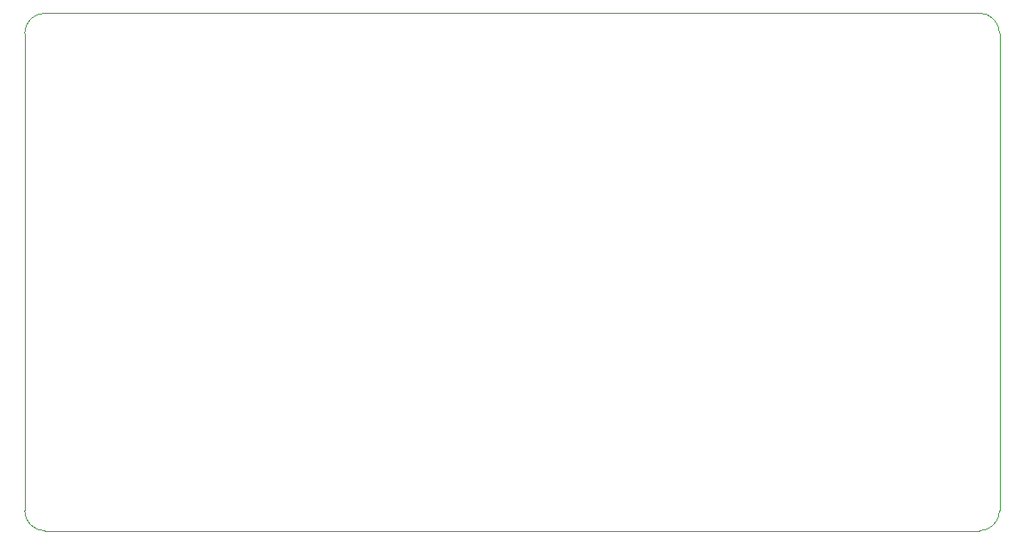
<source format=gbr>
%TF.GenerationSoftware,KiCad,Pcbnew,8.0.7*%
%TF.CreationDate,2025-02-09T15:31:53-05:00*%
%TF.ProjectId,ATTiny_416_Sensor_Board,41545469-6e79-45f3-9431-365f53656e73,rev?*%
%TF.SameCoordinates,Original*%
%TF.FileFunction,Profile,NP*%
%FSLAX46Y46*%
G04 Gerber Fmt 4.6, Leading zero omitted, Abs format (unit mm)*
G04 Created by KiCad (PCBNEW 8.0.7) date 2025-02-09 15:31:53*
%MOMM*%
%LPD*%
G01*
G04 APERTURE LIST*
%TA.AperFunction,Profile*%
%ADD10C,0.050000*%
%TD*%
G04 APERTURE END LIST*
D10*
X112042500Y-120974500D02*
G75*
G02*
X110042500Y-118974500I0J2000000D01*
G01*
X110042500Y-71974500D02*
G75*
G02*
X112042500Y-69974500I2000000J0D01*
G01*
X204042500Y-69974500D02*
G75*
G02*
X206042500Y-71974500I0J-2000000D01*
G01*
X206042500Y-118974500D02*
G75*
G02*
X204042500Y-120974500I-2000000J0D01*
G01*
X204042500Y-120974500D02*
X112042500Y-120974500D01*
X112042500Y-69974500D02*
X204042500Y-69974500D01*
X110042500Y-118974500D02*
X110042500Y-71974500D01*
X206042500Y-71974500D02*
X206042500Y-118974500D01*
M02*

</source>
